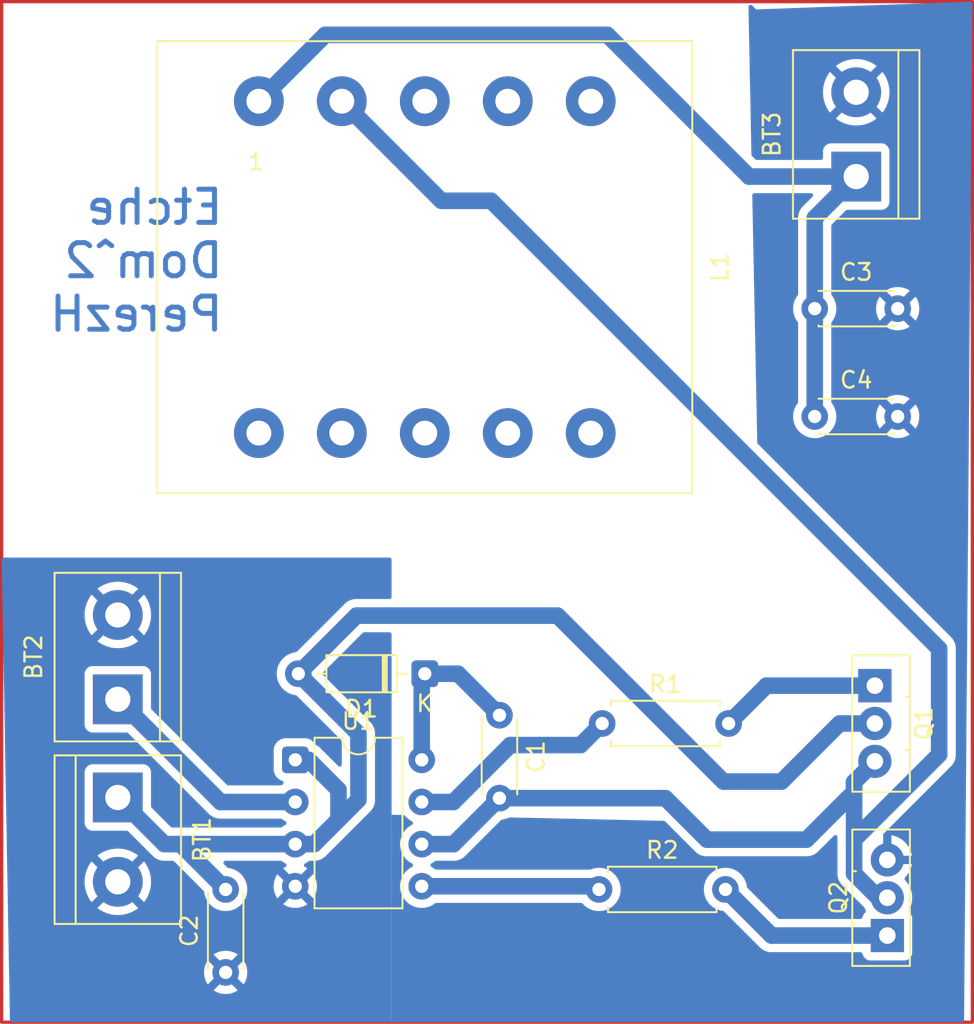
<source format=kicad_pcb>
(kicad_pcb (version 20241229) (generator "pcbnew") (generator_version "9.0")
  (layers (0 "F.Cu" signal) (2 "B.Cu" signal) (13 "F.Paste" user) (15 "B.Paste" user) (5 "F.SilkS" user "F.Silkscreen") (7 "B.SilkS" user "B.Silkscreen") (1 "F.Mask" user) (3 "B.Mask" user) (25 "Edge.Cuts" user))
  (net 0 "")
  (net 1 "Net-(BT1-+)")
  (net 2 "GND")
  (net 3 "Net-(BT2-+)")
  (net 4 "Net-(D1-K)")
  (net 5 "Net-(Q1-S)")
  (net 6 "Net-(Q1-G)")
  (net 7 "Net-(Q2-G)")
  (net 8 "Net-(U1-HO)")
  (net 9 "Net-(U1-LO)")
  (net 10 "Net-(BT3-+)")
  (footprint "Capacitor_THT:C_Disc_D4.3mm_W1.9mm_P5.00mm" (layer "F.Cu") (at 124.5 118.5 -90)
    (property "Reference" "C1" (at 2.5 -2.2 90) (layer "F.SilkS"))
    (property "Value" "10n")
    (fp_line (start 0.23 1.07) (end 4.77 1.07) (stroke (width 0.12)) (layer "F.SilkS"))
    (fp_line (start 0.23 1.014) (end 0.23 1.07) (stroke (width 0.12)) (layer "F.SilkS"))
    (fp_line (start 4.77 1.014) (end 4.77 1.07) (stroke (width 0.12)) (layer "F.SilkS"))
    (fp_line (start 0.23 -1.07) (end 4.77 -1.07) (stroke (width 0.12)) (layer "F.SilkS"))
    (pad "1" thru_hole circle (at 0 0 270) (size 1.6 1.6) (drill 0.8) (layers "*.Cu" "*.Mask") (net 4 "Net-(D1-K)"))
    (pad "2" thru_hole circle (at 5 0 270) (size 1.6 1.6) (drill 0.8) (layers "*.Cu" "*.Mask") (net 5 "Net-(Q1-S)"))
  )
  (footprint "Diode_THT:D_DO-35_SOD27_P7.62mm_Horizontal" (layer "F.Cu") (at 120 116 180)
    (property "Reference" "D1" (at 3.81 -2.12 0) (layer "F.SilkS"))
    (property "Value" "1N4148")
    (fp_line (start 6.58 0) (end 5.93 0) (stroke (width 0.12)) (layer "F.SilkS"))
    (fp_line (start 2.53 -1.12) (end 2.53 1.12) (stroke (width 0.12)) (layer "F.SilkS"))
    (fp_line (start 2.41 -1.12) (end 2.41 1.12) (stroke (width 0.12)) (layer "F.SilkS"))
    (fp_line (start 2.29 -1.12) (end 2.29 1.12) (stroke (width 0.12)) (layer "F.SilkS"))
    (fp_line (start 1.04 0) (end 1.69 0) (stroke (width 0.12)) (layer "F.SilkS"))
    (fp_rect (start 1.69 -1.12) (end 5.93 1.12) (stroke (width 0.12)) (fill no) (layer "F.SilkS"))
    (fp_text user "K" (at 0 -1.8 0) (layer "F.SilkS"))
    (pad "1" thru_hole roundrect (at 0 0 180) (size 1.6 1.6) (drill 0.8) (layers "*.Cu" "*.Mask") (roundrect_rratio 0.15625) (net 4 "Net-(D1-K)"))
    (pad "2" thru_hole circle (at 7.62 0 180) (size 1.6 1.6) (drill 0.8) (layers "*.Cu" "*.Mask") (net 1 "Net-(BT1-+)"))
  )
  (footprint "Resistor_THT:R_Axial_DIN0207_L6.3mm_D2.5mm_P7.62mm_Horizontal" (layer "F.Cu") (at 130.69 119)
    (property "Reference" "R1" (at 3.81 -2.37 0) (layer "F.SilkS"))
    (property "Value" "10")
    (fp_line (start 0.54 -1.37) (end 7.08 -1.37) (stroke (width 0.12)) (layer "F.SilkS"))
    (fp_line (start 0.54 -1.04) (end 0.54 -1.37) (stroke (width 0.12)) (layer "F.SilkS"))
    (fp_line (start 0.54 1.04) (end 0.54 1.37) (stroke (width 0.12)) (layer "F.SilkS"))
    (fp_line (start 0.54 1.37) (end 7.08 1.37) (stroke (width 0.12)) (layer "F.SilkS"))
    (fp_line (start 7.08 -1.37) (end 7.08 -1.04) (stroke (width 0.12)) (layer "F.SilkS"))
    (fp_line (start 7.08 1.37) (end 7.08 1.04) (stroke (width 0.12)) (layer "F.SilkS"))
    (pad "1" thru_hole circle (at 0 0) (size 1.6 1.6) (drill 0.8) (layers "*.Cu" "*.Mask") (net 8 "Net-(U1-HO)"))
    (pad "2" thru_hole circle (at 7.62 0) (size 1.6 1.6) (drill 0.8) (layers "*.Cu" "*.Mask") (net 6 "Net-(Q1-G)"))
  )
  (footprint "Capacitor_THT:C_Disc_D4.3mm_W1.9mm_P5.00mm" (layer "F.Cu") (at 108 134 90)
    (property "Reference" "C2" (at 2.5 -2.2 90) (layer "F.SilkS"))
    (property "Value" "10u")
    (fp_line (start 0.23 -1.07) (end 4.77 -1.07) (stroke (width 0.12)) (layer "F.SilkS"))
    (fp_line (start 4.77 1.014) (end 4.77 1.07) (stroke (width 0.12)) (layer "F.SilkS"))
    (fp_line (start 0.23 1.014) (end 0.23 1.07) (stroke (width 0.12)) (layer "F.SilkS"))
    (fp_line (start 0.23 1.07) (end 4.77 1.07) (stroke (width 0.12)) (layer "F.SilkS"))
    (pad "1" thru_hole circle (at 0 0 90) (size 1.6 1.6) (drill 0.8) (layers "*.Cu" "*.Mask") (net 2 "GND"))
    (pad "2" thru_hole circle (at 5 0 90) (size 1.6 1.6) (drill 0.8) (layers "*.Cu" "*.Mask") (net 1 "Net-(BT1-+)"))
  )
  (footprint "TerminalBlock:TerminalBlock_bornier-2_P5.08mm" (layer "F.Cu") (at 101.5 117.54 90)
    (property "Reference" "BT2" (at 2.54 -5.08 90) (layer "F.SilkS"))
    (property "Value" "pulso")
    (fp_line (start 7.62 -3.81) (end -2.54 -3.81) (stroke (width 0.12)) (layer "F.SilkS"))
    (fp_line (start -2.54 -3.81) (end -2.54 3.81) (stroke (width 0.12)) (layer "F.SilkS"))
    (fp_line (start 7.62 2.54) (end -2.54 2.54) (stroke (width 0.12)) (layer "F.SilkS"))
    (fp_line (start 7.62 3.81) (end 7.62 -3.81) (stroke (width 0.12)) (layer "F.SilkS"))
    (fp_line (start -2.54 3.81) (end 7.62 3.81) (stroke (width 0.12)) (layer "F.SilkS"))
    (pad "1" thru_hole rect (at 0 0 90) (size 3 3) (drill 1.52) (layers "*.Cu" "*.Mask") (net 3 "Net-(BT2-+)"))
    (pad "2" thru_hole circle (at 5.08 0 90) (size 3 3) (drill 1.52) (layers "*.Cu" "*.Mask") (net 2 "GND"))
  )
  (footprint "TerminalBlock:TerminalBlock_bornier-2_P5.08mm" (layer "F.Cu") (at 101.5 123.46 -90)
    (property "Reference" "BT1" (at 2.54 -5.08 90) (layer "F.SilkS"))
    (property "Value" "12")
    (fp_line (start -2.54 3.81) (end 7.62 3.81) (stroke (width 0.12)) (layer "F.SilkS"))
    (fp_line (start 7.62 3.81) (end 7.62 -3.81) (stroke (width 0.12)) (layer "F.SilkS"))
    (fp_line (start 7.62 2.54) (end -2.54 2.54) (stroke (width 0.12)) (layer "F.SilkS"))
    (fp_line (start -2.54 -3.81) (end -2.54 3.81) (stroke (width 0.12)) (layer "F.SilkS"))
    (fp_line (start 7.62 -3.81) (end -2.54 -3.81) (stroke (width 0.12)) (layer "F.SilkS"))
    (pad "1" thru_hole rect (at 0 0 270) (size 3 3) (drill 1.52) (layers "*.Cu" "*.Mask") (net 1 "Net-(BT1-+)"))
    (pad "2" thru_hole circle (at 5.08 0 270) (size 3 3) (drill 1.52) (layers "*.Cu" "*.Mask") (net 2 "GND"))
  )
  (footprint "Package_DIP:DIP-8_W7.62mm" (layer "F.Cu") (at 112.195 121.19)
    (property "Reference" "U1" (at 3.81 -2.33 0) (layer "F.SilkS"))
    (property "Value" "IR2104")
    (fp_line (start 1.16 -1.33) (end 1.16 8.95) (stroke (width 0.12)) (layer "F.SilkS"))
    (fp_line (start 1.16 8.95) (end 6.46 8.95) (stroke (width 0.12)) (layer "F.SilkS"))
    (fp_line (start 2.81 -1.33) (end 1.16 -1.33) (stroke (width 0.12)) (layer "F.SilkS"))
    (fp_line (start 6.46 -1.33) (end 4.81 -1.33) (stroke (width 0.12)) (layer "F.SilkS"))
    (fp_line (start 6.46 8.95) (end 6.46 -1.33) (stroke (width 0.12)) (layer "F.SilkS"))
    (fp_arc (start 4.81 -1.33) (mid 3.81 -0.33) (end 2.81 -1.33) (stroke (width 0.12)) (layer "F.SilkS"))
    (pad "1" thru_hole roundrect (at 0 0) (size 1.6 1.6) (drill 0.8) (layers "*.Cu" "*.Mask") (roundrect_rratio 0.15625) (net 1 "Net-(BT1-+)"))
    (pad "2" thru_hole circle (at 0 2.54) (size 1.6 1.6) (drill 0.8) (layers "*.Cu" "*.Mask") (net 3 "Net-(BT2-+)"))
    (pad "3" thru_hole circle (at 0 5.08) (size 1.6 1.6) (drill 0.8) (layers "*.Cu" "*.Mask") (net 1 "Net-(BT1-+)"))
    (pad "4" thru_hole circle (at 0 7.62) (size 1.6 1.6) (drill 0.8) (layers "*.Cu" "*.Mask") (net 2 "GND"))
    (pad "5" thru_hole circle (at 7.62 7.62) (size 1.6 1.6) (drill 0.8) (layers "*.Cu" "*.Mask") (net 9 "Net-(U1-LO)"))
    (pad "6" thru_hole circle (at 7.62 5.08) (size 1.6 1.6) (drill 0.8) (layers "*.Cu" "*.Mask") (net 5 "Net-(Q1-S)"))
    (pad "7" thru_hole circle (at 7.62 2.54) (size 1.6 1.6) (drill 0.8) (layers "*.Cu" "*.Mask") (net 8 "Net-(U1-HO)"))
    (pad "8" thru_hole circle (at 7.62 0) (size 1.6 1.6) (drill 0.8) (layers "*.Cu" "*.Mask") (net 4 "Net-(D1-K)"))
  )
  (footprint "Package_TO_SOT_THT:TO-126-3_Vertical" (layer "F.Cu") (at 147.875 131.78 90)
    (property "Reference" "Q2" (at 2.28 -2.95 90) (layer "F.SilkS"))
    (property "Value" "NMOS")
    (fp_line (start 6.39 -2.11) (end 6.39 1.36) (stroke (width 0.12)) (layer "F.SilkS"))
    (fp_line (start 3.88 -2.11) (end 3.88 -1.89) (stroke (width 0.12)) (layer "F.SilkS"))
    (fp_line (start 0.68 -2.11) (end 0.68 -1.89) (stroke (width 0.12)) (layer "F.SilkS"))
    (fp_line (start -1.83 -2.11) (end 6.39 -2.11) (stroke (width 0.12)) (layer "F.SilkS"))
    (fp_line (start -1.83 -2.11) (end -1.83 1.36) (stroke (width 0.12)) (layer "F.SilkS"))
    (fp_line (start -1.83 1.36) (end 6.39 1.36) (stroke (width 0.12)) (layer "F.SilkS"))
    (pad "1" thru_hole oval (at 2.28 0 90) (size 2 2) (drill 1) (layers "*.Cu" "*.Mask") (net 5 "Net-(Q1-S)"))
    (pad "2" thru_hole rect (at 0 0 90) (size 2 2) (drill 1) (layers "*.Cu" "*.Mask") (net 7 "Net-(Q2-G)"))
    (pad "3" thru_hole oval (at 4.56 0 90) (size 2 2) (drill 1) (layers "*.Cu" "*.Mask") (net 2 "GND"))
  )
  (footprint "Resistor_THT:R_Axial_DIN0207_L6.3mm_D2.5mm_P7.62mm_Horizontal" (layer "F.Cu") (at 130.5 129)
    (property "Reference" "R2" (at 3.81 -2.37 0) (layer "F.SilkS"))
    (property "Value" "10")
    (fp_line (start 0.54 -1.37) (end 7.08 -1.37) (stroke (width 0.12)) (layer "F.SilkS"))
    (fp_line (start 0.54 -1.04) (end 0.54 -1.37) (stroke (width 0.12)) (layer "F.SilkS"))
    (fp_line (start 0.54 1.04) (end 0.54 1.37) (stroke (width 0.12)) (layer "F.SilkS"))
    (fp_line (start 0.54 1.37) (end 7.08 1.37) (stroke (width 0.12)) (layer "F.SilkS"))
    (fp_line (start 7.08 -1.37) (end 7.08 -1.04) (stroke (width 0.12)) (layer "F.SilkS"))
    (fp_line (start 7.08 1.37) (end 7.08 1.04) (stroke (width 0.12)) (layer "F.SilkS"))
    (pad "1" thru_hole circle (at 0 0) (size 1.6 1.6) (drill 0.8) (layers "*.Cu" "*.Mask") (net 9 "Net-(U1-LO)"))
    (pad "2" thru_hole circle (at 7.62 0) (size 1.6 1.6) (drill 0.8) (layers "*.Cu" "*.Mask") (net 7 "Net-(Q2-G)"))
  )
  (footprint "Capacitor_THT:C_Disc_D4.3mm_W1.9mm_P5.00mm" (layer "F.Cu") (at 143.5 100.5)
    (property "Reference" "C4" (at 2.5 -2.2 0) (layer "F.SilkS"))
    (property "Value" "1n")
    (fp_line (start 0.23 -1.07) (end 4.77 -1.07) (stroke (width 0.12)) (layer "F.SilkS"))
    (fp_line (start 0.23 1.014) (end 0.23 1.07) (stroke (width 0.12)) (layer "F.SilkS"))
    (fp_line (start 0.23 1.07) (end 4.77 1.07) (stroke (width 0.12)) (layer "F.SilkS"))
    (fp_line (start 4.77 1.014) (end 4.77 1.07) (stroke (width 0.12)) (layer "F.SilkS"))
    (pad "1" thru_hole circle (at 0 0) (size 1.6 1.6) (drill 0.8) (layers "*.Cu" "*.Mask") (net 10 "Net-(BT3-+)"))
    (pad "2" thru_hole circle (at 5 0) (size 1.6 1.6) (drill 0.8) (layers "*.Cu" "*.Mask") (net 2 "GND"))
  )
  (footprint "Transformer_THT:Transformer_CHK_EI30-2VA_Neutral" (layer "F.Cu") (at 110 81.5 -90)
    (property "Reference" "L1" (at 10 -27.78 270) (layer "F.SilkS"))
    (property "Value" "277u")
    (fp_line (start 23.62 6.12) (end -3.62 6.12) (stroke (width 0.12)) (layer "F.SilkS"))
    (fp_line (start 23.62 6.12) (end 23.62 -26.12) (stroke (width 0.12)) (layer "F.SilkS"))
    (fp_line (start -3.62 -26.12) (end -3.62 6.12) (stroke (width 0.12)) (layer "F.SilkS"))
    (fp_line (start -3.62 -26.12) (end 23.62 -26.12) (stroke (width 0.12)) (layer "F.SilkS"))
    (fp_text user "1" (at 3.65 0.16 0) (layer "F.SilkS"))
    (pad "1" thru_hole circle (at 0 0 270) (size 3 3) (drill 1.5) (layers "*.Cu" "*.Mask") (net 10 "Net-(BT3-+)"))
    (pad "2" thru_hole circle (at 0 -5 270) (size 3 3) (drill 1.5) (layers "*.Cu" "*.Mask") (net 5 "Net-(Q1-S)"))
    (pad "3" thru_hole circle (at 0 -10 270) (size 3 3) (drill 1.5) (layers "*.Cu" "*.Mask"))
    (pad "4" thru_hole circle (at 0 -15 270) (size 3 3) (drill 1.5) (layers "*.Cu" "*.Mask"))
    (pad "5" thru_hole circle (at 0 -20 270) (size 3 3) (drill 1.5) (layers "*.Cu" "*.Mask"))
    (pad "6" thru_hole circle (at 20 -20 270) (size 3 3) (drill 1.5) (layers "*.Cu" "*.Mask"))
    (pad "7" thru_hole circle (at 20 -15 270) (size 3 3) (drill 1.5) (layers "*.Cu" "*.Mask"))
    (pad "8" thru_hole circle (at 20 -10 270) (size 3 3) (drill 1.5) (layers "*.Cu" "*.Mask"))
    (pad "9" thru_hole circle (at 20 -5 270) (size 3 3) (drill 1.5) (layers "*.Cu" "*.Mask"))
    (pad "10" thru_hole circle (at 20 0 270) (size 3 3) (drill 1.5) (layers "*.Cu" "*.Mask"))
  )
  (footprint "Package_TO_SOT_THT:TO-126-3_Vertical" (layer "F.Cu") (at 147.125 116.72 -90)
    (property "Reference" "Q1" (at 2.28 -2.95 90) (layer "F.SilkS"))
    (property "Value" "NMOS")
    (fp_line (start -1.83 1.36) (end 6.39 1.36) (stroke (width 0.12)) (layer "F.SilkS"))
    (fp_line (start -1.83 -2.11) (end -1.83 1.36) (stroke (width 0.12)) (layer "F.SilkS"))
    (fp_line (start -1.83 -2.11) (end 6.39 -2.11) (stroke (width 0.12)) (layer "F.SilkS"))
    (fp_line (start 0.68 -2.11) (end 0.68 -1.89) (stroke (width 0.12)) (layer "F.SilkS"))
    (fp_line (start 3.88 -2.11) (end 3.88 -1.89) (stroke (width 0.12)) (layer "F.SilkS"))
    (fp_line (start 6.39 -2.11) (end 6.39 1.36) (stroke (width 0.12)) (layer "F.SilkS"))
    (pad "1" thru_hole oval (at 2.28 0 270) (size 2 2) (drill 1) (layers "*.Cu" "*.Mask") (net 1 "Net-(BT1-+)"))
    (pad "2" thru_hole rect (at 0 0 270) (size 2 2) (drill 1) (layers "*.Cu" "*.Mask") (net 6 "Net-(Q1-G)"))
    (pad "3" thru_hole oval (at 4.56 0 270) (size 2 2) (drill 1) (layers "*.Cu" "*.Mask") (net 5 "Net-(Q1-S)"))
  )
  (footprint "TerminalBlock:TerminalBlock_bornier-2_P5.08mm" (layer "F.Cu") (at 146 86.04 90)
    (property "Reference" "BT3" (at 2.54 -5.08 90) (layer "F.SilkS"))
    (property "Value" "Battery_Cell")
    (fp_line (start 7.62 -3.81) (end -2.54 -3.81) (stroke (width 0.12)) (layer "F.SilkS"))
    (fp_line (start -2.54 -3.81) (end -2.54 3.81) (stroke (width 0.12)) (layer "F.SilkS"))
    (fp_line (start 7.62 2.54) (end -2.54 2.54) (stroke (width 0.12)) (layer "F.SilkS"))
    (fp_line (start 7.62 3.81) (end 7.62 -3.81) (stroke (width 0.12)) (layer "F.SilkS"))
    (fp_line (start -2.54 3.81) (end 7.62 3.81) (stroke (width 0.12)) (layer "F.SilkS"))
    (pad "1" thru_hole rect (at 0 0 90) (size 3 3) (drill 1.52) (layers "*.Cu" "*.Mask") (net 10 "Net-(BT3-+)"))
    (pad "2" thru_hole circle (at 5.08 0 90) (size 3 3) (drill 1.52) (layers "*.Cu" "*.Mask") (net 2 "GND"))
  )
  (footprint "Capacitor_THT:C_Disc_D4.3mm_W1.9mm_P5.00mm" (layer "F.Cu") (at 143.5 94)
    (property "Reference" "C3" (at 2.5 -2.2 0) (layer "F.SilkS"))
    (property "Value" "100u")
    (fp_line (start 0.23 -1.07) (end 4.77 -1.07) (stroke (width 0.12)) (layer "F.SilkS"))
    (fp_line (start 0.23 1.014) (end 0.23 1.07) (stroke (width 0.12)) (layer "F.SilkS"))
    (fp_line (start 0.23 1.07) (end 4.77 1.07) (stroke (width 0.12)) (layer "F.SilkS"))
    (fp_line (start 4.77 1.014) (end 4.77 1.07) (stroke (width 0.12)) (layer "F.SilkS"))
    (pad "1" thru_hole circle (at 0 0) (size 1.6 1.6) (drill 0.8) (layers "*.Cu" "*.Mask") (net 10 "Net-(BT3-+)"))
    (pad "2" thru_hole circle (at 5 0) (size 1.6 1.6) (drill 0.8) (layers "*.Cu" "*.Mask") (net 2 "GND"))
  )
  (gr_rect (start 94.5 75.5) (end 153 137) (stroke (width 0.2)) (fill no) (layer "F.Cu") (net 5))
  (gr_text "Etche\nDom^2\nPerezH" (at 108 95.5 0) (layer "B.Cu") (effects (font (size 2 2) (thickness 0.3) (bold yes)) (justify left bottom mirror)))
  (segment (start 116 119.62) (end 116 123.59637) (width 1) (layer "B.Cu") (net 1))
  (segment (start 116 123.59637) (end 114.798185 124.798185) (width 1) (layer "B.Cu") (net 1))
  (segment (start 113.32637 126.27) (end 112.195 126.27) (width 1) (layer "B.Cu") (net 1))
  (segment (start 105 126.27) (end 112.195 126.27) (width 1) (layer "B.Cu") (net 1))
  (segment (start 112.195 121.19) (end 112.995 121.19) (width 1) (layer "B.Cu") (net 1))
  (segment (start 114.798185 122.993185) (end 114.798185 124.798185) (width 1) (layer "B.Cu") (net 1))
  (segment (start 138 122.5) (end 128 112.5) (width 1) (layer "B.Cu") (net 1))
  (segment (start 141.5 122.5) (end 138 122.5) (width 1) (layer "B.Cu") (net 1))
  (segment (start 145 119) (end 141.5 122.5) (width 1) (layer "B.Cu") (net 1))
  (segment (start 128 112.5) (end 115.88 112.5) (width 1) (layer "B.Cu") (net 1))
  (segment (start 114.798185 124.798185) (end 113.32637 126.27) (width 1) (layer "B.Cu") (net 1))
  (segment (start 115.88 112.5) (end 112.38 116) (width 1) (layer "B.Cu") (net 1))
  (segment (start 104.31 126.27) (end 105 126.27) (width 1) (layer "B.Cu") (net 1))
  (segment (start 147.125 119) (end 145 119) (width 1) (layer "B.Cu") (net 1))
  (segment (start 101.5 123.46) (end 104.31 126.27) (width 1) (layer "B.Cu") (net 1))
  (segment (start 112.995 121.19) (end 114.798185 122.993185) (width 1) (layer "B.Cu") (net 1))
  (segment (start 105.27 126.27) (end 105 126.27) (width 1) (layer "B.Cu") (net 1))
  (segment (start 108 129) (end 105.27 126.27) (width 1) (layer "B.Cu") (net 1))
  (segment (start 112.38 116) (end 116 119.62) (width 1) (layer "B.Cu") (net 1))
  (segment (start 101.5 117.54) (end 107.69 123.73) (width 1) (layer "B.Cu") (net 3))
  (segment (start 107.69 123.73) (end 112.195 123.73) (width 1) (layer "B.Cu") (net 3))
  (segment (start 119.815 116.185) (end 120 116) (width 1) (layer "B.Cu") (net 4))
  (segment (start 120 116) (end 122 116) (width 1) (layer "B.Cu") (net 4))
  (segment (start 122 116) (end 124.5 118.5) (width 1) (layer "B.Cu") (net 4))
  (segment (start 119.815 121.19) (end 119.815 116.185) (width 1) (layer "B.Cu") (net 4))
  (segment (start 147.325158 129.5) (end 145.874 128.048842) (width 1) (layer "B.Cu") (net 5))
  (segment (start 124.5 123.5) (end 134.5 123.5) (width 1) (layer "B.Cu") (net 5))
  (segment (start 145.874 123.126) (end 145.874 122.531) (width 1) (layer "B.Cu") (net 5))
  (segment (start 147.875 129.5) (end 147.325158 129.5) (width 1) (layer "B.Cu") (net 5))
  (segment (start 151 114.5) (end 151 120.874) (width 1) (layer "B.Cu") (net 5))
  (segment (start 121.73 126.27) (end 119.815 126.27) (width 1) (layer "B.Cu") (net 5))
  (segment (start 145.874 122.531) (end 147.125 121.28) (width 1) (layer "B.Cu") (net 5))
  (segment (start 124 87.5) (end 121 87.5) (width 1) (layer "B.Cu") (net 5))
  (segment (start 124.5 123.5) (end 121.73 126.27) (width 1) (layer "B.Cu") (net 5))
  (segment (start 137 126) (end 143 126) (width 1) (layer "B.Cu") (net 5))
  (segment (start 143 126) (end 145.874 123.126) (width 1) (layer "B.Cu") (net 5))
  (segment (start 151 120.874) (end 145.874 126) (width 1) (layer "B.Cu") (net 5))
  (segment (start 121 87.5) (end 115 81.5) (width 1) (layer "B.Cu") (net 5))
  (segment (start 134.5 123.5) (end 137 126) (width 1) (layer "B.Cu") (net 5))
  (segment (start 145.874 124) (end 145.874 122.531) (width 1) (layer "B.Cu") (net 5))
  (segment (start 151 114.5) (end 124 87.5) (width 1) (layer "B.Cu") (net 5))
  (segment (start 145.874 128.048842) (end 145.874 126) (width 1) (layer "B.Cu") (net 5))
  (segment (start 145.874 126) (end 145.874 124) (width 1) (layer "B.Cu") (net 5))
  (segment (start 140.59 116.72) (end 147.125 116.72) (width 1) (layer "B.Cu") (net 6))
  (segment (start 138.31 119) (end 140.59 116.72) (width 1) (layer "B.Cu") (net 6))
  (segment (start 138.12 129) (end 140.9 131.78) (width 1) (layer "B.Cu") (net 7))
  (segment (start 140.9 131.78) (end 147.875 131.78) (width 1) (layer "B.Cu") (net 7))
  (segment (start 119.815 123.73) (end 121.723001 123.73) (width 1) (layer "B.Cu") (net 8))
  (segment (start 129.389 120.301) (end 130.69 119) (width 1) (layer "B.Cu") (net 8))
  (segment (start 121.723001 123.73) (end 125.152001 120.301) (width 1) (layer "B.Cu") (net 8))
  (segment (start 125.152001 120.301) (end 129.389 120.301) (width 1) (layer "B.Cu") (net 8))
  (segment (start 119.815 128.81) (end 130.31 128.81) (width 1) (layer "B.Cu") (net 9))
  (segment (start 130.31 128.81) (end 130.5 129) (width 1) (layer "B.Cu") (net 9))
  (segment (start 110 81.5) (end 114 77.5) (width 1) (layer "B.Cu") (net 10))
  (segment (start 143.5 88.54) (end 146 86.04) (width 1) (layer "B.Cu") (net 10))
  (segment (start 143.5 100.5) (end 143.5 94) (width 1) (layer "B.Cu") (net 10))
  (segment (start 114 77.5) (end 131 77.5) (width 1) (layer "B.Cu") (net 10))
  (segment (start 131 77.5) (end 139.54 86.04) (width 1) (layer "B.Cu") (net 10))
  (segment (start 143.5 94) (end 143.5 88.54) (width 1) (layer "B.Cu") (net 10))
  (segment (start 139.54 86.04) (end 146 86.04) (width 1) (layer "B.Cu") (net 10))
  (zone (net 2) (net_name "GND") (layer "B.Cu") (connect_pads (clearance 0.5)) (min_thickness 0.25) (fill yes (thermal_gap 0.5) (thermal_bridge_width 0.5))
    (polygon (pts (xy 94.5 109) (xy 118 109) (xy 118 137) (xy 95 137)))
  )
  (zone (net 2) (net_name "GND") (layer "B.Cu") (priority 1) (connect_pads (clearance 0.5)) (min_thickness 0.25) (fill yes (thermal_gap 0.5) (thermal_bridge_width 0.5))
    (polygon (pts (xy 139 76) (xy 153 75.5) (xy 152.5 137) (xy 118 137) (xy 118 124.5) (xy 140.5 125) (xy 139.5 75.5) (xy 140 76)))
  )
)
</source>
